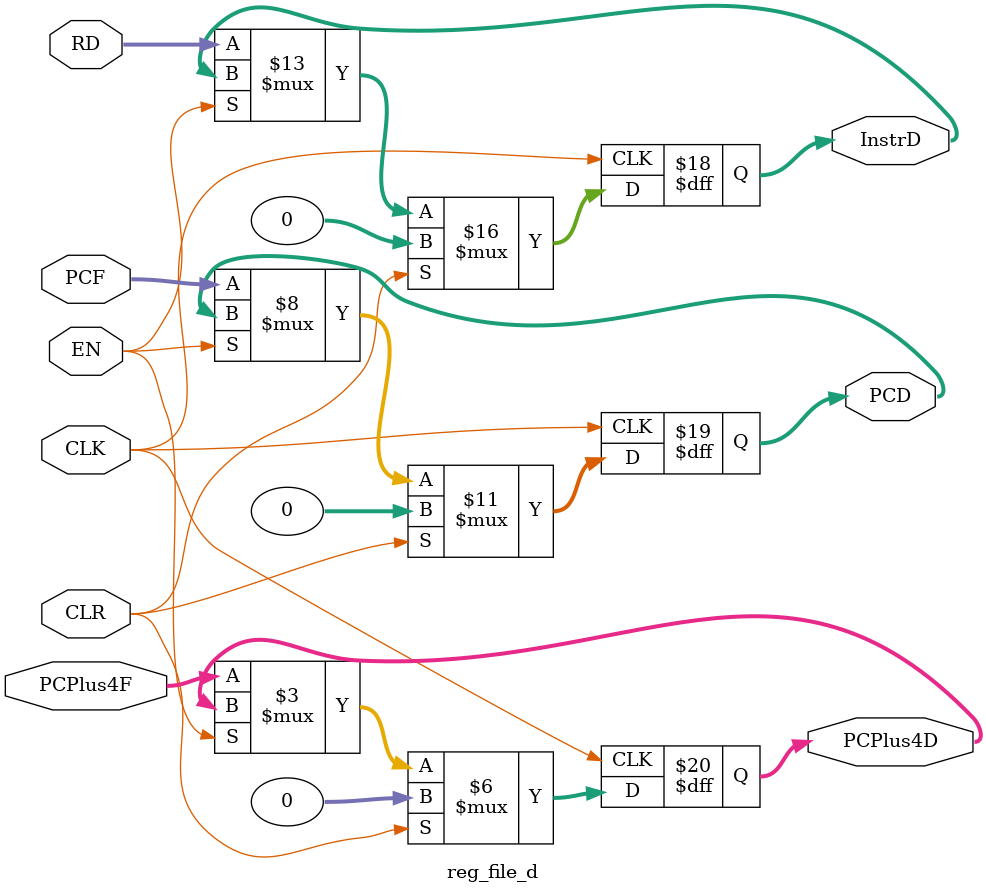
<source format=sv>
module reg_file_d #(
    parameter DATA_WIDTH = 32
)(
    input  logic                            CLK,
    input  logic                            CLR, 
    input  logic                            EN,
    input  logic [DATA_WIDTH-1:0]           RD,
    input  logic [DATA_WIDTH-1:0]           PCF,
    input  logic [DATA_WIDTH-1:0]           PCPlus4F,
    
    output  logic [DATA_WIDTH-1:0]          InstrD,
    output  logic [DATA_WIDTH-1:0]          PCD, 
    output  logic [DATA_WIDTH-1:0]          PCPlus4D
);

always_ff @(posedge CLK) begin
    if(CLR)  begin
        // Flush
        InstrD <= 32'b0;
        PCD <= 32'b0;
        PCPlus4D <= 32'b0;
    end
    else if(!EN) begin
        InstrD <= RD;
        PCD <= PCF;
        PCPlus4D <= PCPlus4F;
    end
end
endmodule

</source>
